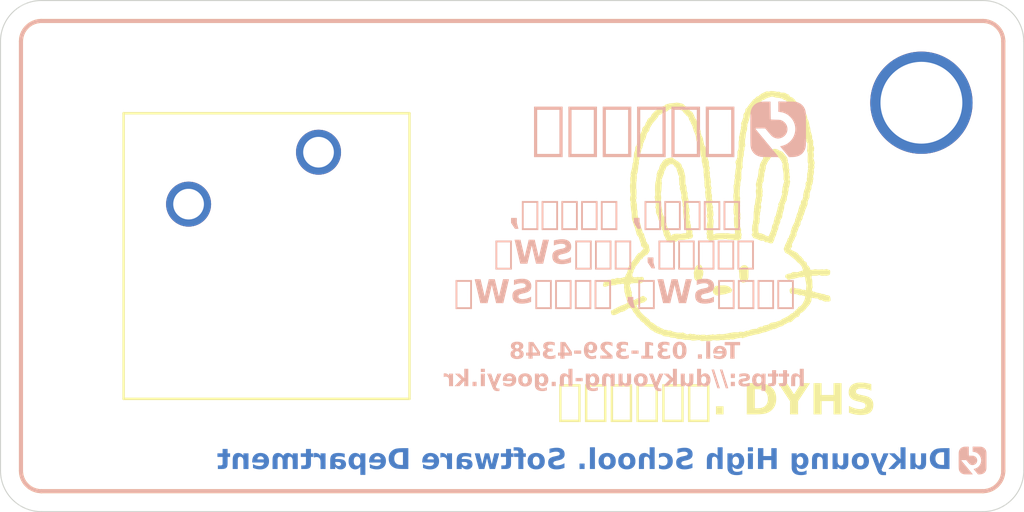
<source format=kicad_pcb>
(kicad_pcb (version 20240108) (generator "pcbnew") (generator_version "8.0")
  (layers (0 "F.Cu" signal) (31 "B.Cu" signal) (34 "B.Paste" user) (35 "F.Paste" user) (36 "B.SilkS" user "B.Silkscreen") (37 "F.SilkS" user "F.Silkscreen") (38 "B.Mask" user) (39 "F.Mask" user) (44 "Edge.Cuts" user))
  (net 0 "")
  (footprint "LOGO" (layer "F.Cu") (at 168.571984 102.5)
    (property "Reference" "G***" (hide yes))
    (property "Value" "LOGO" (hide yes))
  )
  (footprint "Button_Switch_Keyboard:SW_Cherry_MX_1.00u_PCB" (layer "F.Cu") (at 147.54 99.42)
    (property "Reference" "SW1" (hide yes))
    (property "Value" "SW_Push" (hide yes))
    (pad "" np_thru_hole circle (at -7.62 5.08) (size 1.7 1.7) (drill 1.7) (layers "*.Cu" "*.Mask"))
    (pad "" np_thru_hole circle (at -2.54 5.08) (size 4 4) (drill 4) (layers "*.Cu" "*.Mask"))
    (pad "" np_thru_hole circle (at 2.54 5.08) (size 1.7 1.7) (drill 1.7) (layers "*.Cu" "*.Mask"))
    (pad "1" thru_hole circle (at 0 0) (size 2.2 2.2) (drill 1.5) (layers "*.Cu" "*.Mask"))
    (pad "2" thru_hole circle (at -6.35 2.54) (size 2.2 2.2) (drill 1.5) (layers "*.Cu" "*.Mask"))
  )
  (footprint "LOGO" (layer "B.Cu") (at 170 98.3 180)
    (property "Reference" "G***" (hide yes))
    (property "Value" "LOGO" (hide yes))
  )
  (footprint "LOGO" (layer "B.Cu") (at 179.5 114.5 180)
    (property "Reference" "G***" (hide yes))
    (property "Value" "LOGO" (hide yes))
  )
  (gr_line (start 181 94) (end 181 115) (stroke (width 0.2)) (layer "B.SilkS"))
  (gr_arc (start 180 93) (mid 180.707107 93.292893) (end 181 94) (stroke (width 0.2)) (layer "B.SilkS"))
  (gr_line (start 180 116) (end 134 116) (stroke (width 0.2)) (layer "B.SilkS"))
  (gr_arc (start 181 115) (mid 180.707107 115.707107) (end 180 116) (stroke (width 0.2)) (layer "B.SilkS"))
  (gr_arc (start 134 116) (mid 133.292892 115.707107) (end 133 115) (stroke (width 0.2)) (layer "B.SilkS"))
  (gr_line (start 133 115) (end 133 94) (stroke (width 0.2)) (layer "B.SilkS"))
  (gr_line (start 134 93) (end 180 93) (stroke (width 0.2)) (layer "B.SilkS"))
  (gr_arc (start 133 94) (mid 133.292893 93.292893) (end 134 93) (stroke (width 0.2)) (layer "B.SilkS"))
  (gr_line (start 180 116) (end 134 116) (stroke (width 0.2)) (layer "F.SilkS"))
  (gr_arc (start 134 116) (mid 133.292893 115.707107) (end 133 115) (stroke (width 0.2)) (layer "F.SilkS"))
  (gr_arc (start 133 94) (mid 133.292893 93.292893) (end 134 93) (stroke (width 0.2)) (layer "F.SilkS"))
  (gr_line (start 181 94) (end 181 115) (stroke (width 0.2)) (layer "F.SilkS"))
  (gr_arc (start 181 115) (mid 180.707107 115.707107) (end 180 116) (stroke (width 0.2)) (layer "F.SilkS"))
  (gr_line (start 133 115) (end 133 94) (stroke (width 0.2)) (layer "F.SilkS"))
  (gr_arc (start 180 93) (mid 180.707107 93.292893) (end 181 94) (stroke (width 0.2)) (layer "F.SilkS"))
  (gr_line (start 134 93) (end 180 93) (stroke (width 0.2)) (layer "F.SilkS"))
  (gr_arc (start 132 94) (mid 132.585786 92.585786) (end 134 92) (stroke (width 0.05)) (layer "Edge.Cuts"))
  (gr_line (start 132 115) (end 132 94) (stroke (width 0.05)) (layer "Edge.Cuts"))
  (gr_arc (start 134 117) (mid 132.585786 116.414214) (end 132 115) (stroke (width 0.05)) (layer "Edge.Cuts"))
  (gr_line (start 134 92) (end 180 92) (stroke (width 0.05)) (layer "Edge.Cuts"))
  (gr_line (start 182 94) (end 182 115) (stroke (width 0.05)) (layer "Edge.Cuts"))
  (gr_arc (start 180 92) (mid 181.414214 92.585786) (end 182 94) (stroke (width 0.05)) (layer "Edge.Cuts"))
  (gr_line (start 180 117) (end 134 117) (stroke (width 0.05)) (layer "Edge.Cuts"))
  (gr_arc (start 182 115) (mid 181.414214 116.414214) (end 180 117) (stroke (width 0.05)) (layer "Edge.Cuts"))
  (gr_text "소프트웨어부" (at 162.5 112.5 0) (layer "B.Cu") (effects (font (size 1.5 1.5) (thickness 0.3) (bold yes)) (justify left bottom)))
  (gr_text "소프트웨어부" (at 166.5 112.5 0) (layer "B.Cu") (effects (font (size 1.5 1.5) (thickness 0.3) (bold yes)) (justify left bottom mirror)))
  (gr_text "Dukyoung High School. Software Department" (at 178.5 114.5 0) (layer "B.Cu") (effects (font (size 1 1) (thickness 0.2) (bold yes)) (justify left mirror)))
  (gr_text "덕영고등학교" (at 168 99.5 0) (layer "B.SilkS") (effects (font (size 2 2) (thickness 0.3) (bold yes)) (justify left bottom mirror)))
  (gr_text "경영회계과, 빅데이터과,\n보건간호과, 그래픽SW과\n인공지능SW과, 정보보안SW과" (at 162.5 107 0) (layer "B.SilkS") (effects (font (size 1.15 1.15) (thickness 0.25) (bold yes)) (justify bottom mirror)))
  (gr_text "Tel. 031-329-4348\nhttps://dukyoung-h.goeyi.kr" (at 162.5 111 0) (layer "B.SilkS") (effects (font (size 0.8 0.8) (thickness 0.125) (bold yes)) (justify bottom mirror)))
  (gr_text "덕영고등학교. DYHS" (at 167 112.5 0) (layer "F.SilkS") (effects (font (size 1.5 1.5) (thickness 0.3) (bold yes)) (justify bottom)))
  (via (at 177 97) (size 5) (drill 4) (layers "F.Cu" "B.Cu") (net 0))
)
</source>
